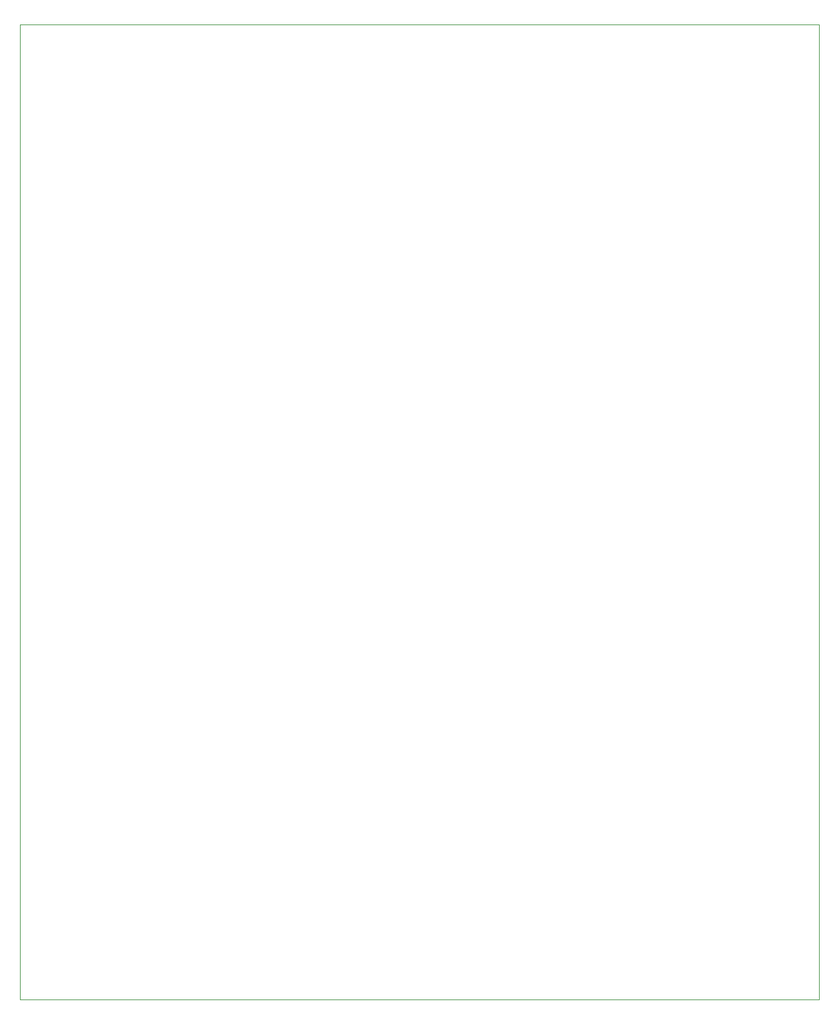
<source format=gbr>
G04 #@! TF.GenerationSoftware,KiCad,Pcbnew,(5.1.0)-1*
G04 #@! TF.CreationDate,2019-05-30T15:11:02+01:00*
G04 #@! TF.ProjectId,Eco-PCB-Final,45636f2d-5043-4422-9d46-696e616c2e6b,rev?*
G04 #@! TF.SameCoordinates,Original*
G04 #@! TF.FileFunction,Profile,NP*
%FSLAX46Y46*%
G04 Gerber Fmt 4.6, Leading zero omitted, Abs format (unit mm)*
G04 Created by KiCad (PCBNEW (5.1.0)-1) date 2019-05-30 15:11:02*
%MOMM*%
%LPD*%
G04 APERTURE LIST*
%ADD10C,0.025400*%
G04 APERTURE END LIST*
D10*
X66840000Y-148584000D02*
X171840000Y-148584000D01*
X171840000Y-148584000D02*
X171840000Y-20584000D01*
X66840000Y-20584000D02*
X171840000Y-20584000D01*
X66840000Y-148584000D02*
X66840000Y-20584000D01*
M02*

</source>
